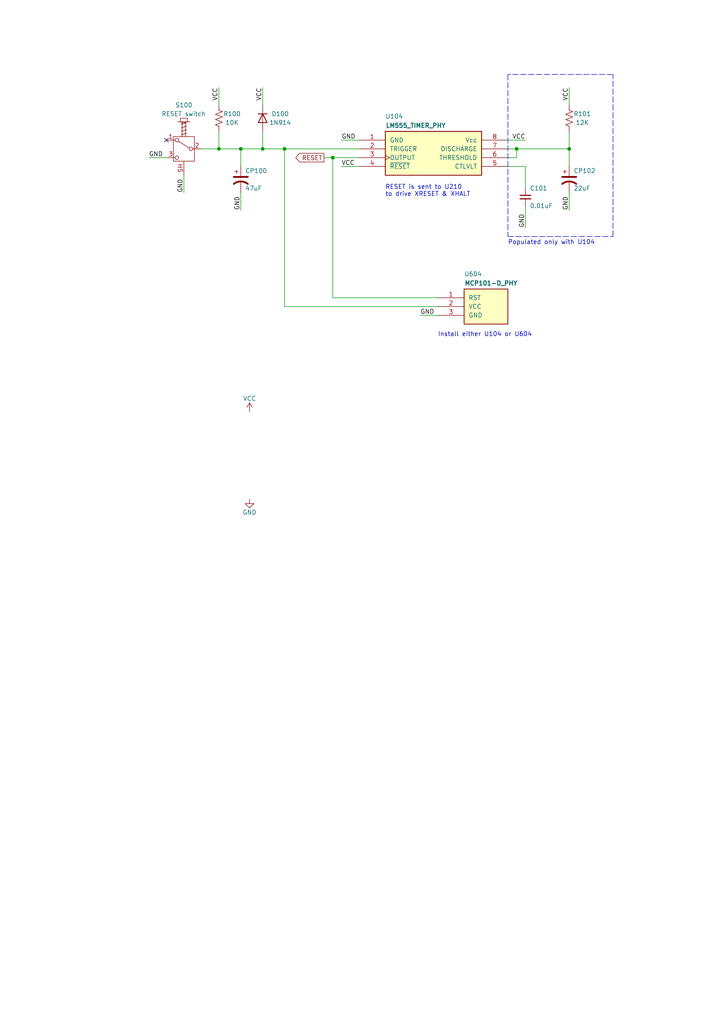
<source format=kicad_sch>
(kicad_sch (version 20211123) (generator eeschema)
  (paper "A4" portrait)
  (title_block (title "ReSTe mignon") (date "2022-07-13") (rev "mk0-0.1") (company "David SPORN") (comment 2 "original repository : https://github.com/sporniket/reste-mignon") (comment 4 "A remake of the Atari STe with some fixes applied and a target size of 25×18cm (B5)"))
  (lib_symbols
    (symbol "Device:CP1" (pin_numbers hide) (pin_names (offset 0.254) hide)
      (property "Reference" "C" (at 0.635 2.54 0))
      (property "Value" "Device_CP1" (at 0.635 -2.54 0))
      (symbol "CP1_0_1"
        (polyline (pts (xy -2.032 0.762) (xy 2.032 0.762)) (stroke (width 0.508)))
        (polyline (pts (xy -1.778 2.286) (xy -0.762 2.286)))
        (polyline (pts (xy -1.27 1.778) (xy -1.27 2.794)))
        (arc (start 2.032 -1.27) (mid 0 -0.5572) (end -2.032 -1.27) (stroke (width 0.508)))
      )
      (symbol "CP1_1_1"
        (pin passive line (at 0 3.81 270) (length 2.794) (name "~") (number "1"))
        (pin passive line (at 0 -3.81 90) (length 3.302) (name "~") (number "2"))
      )
    )
    (symbol "Device:C_Small" (pin_numbers hide) (pin_names (offset 0.254) hide)
      (property "Reference" "C" (at 0.254 1.778 0))
      (property "Value" "C_Small" (at 0.254 -2.032 0))
      (symbol "C_Small_0_1"
        (polyline (pts (xy -1.524 -0.508) (xy 1.524 -0.508)) (stroke (width 0.3302)))
        (polyline (pts (xy -1.524 0.508) (xy 1.524 0.508)) (stroke (width 0.3048)))
      )
      (symbol "C_Small_1_1"
        (pin passive line (at 0 2.54 270) (length 2.032) (name "~") (number "1"))
        (pin passive line (at 0 -2.54 90) (length 2.032) (name "~") (number "2"))
      )
    )
    (symbol "Device:D" (pin_numbers hide) (pin_names (offset 1.016) hide)
      (property "Reference" "D" (at 0 2.54 0))
      (property "Value" "D" (at 0 -2.54 0))
      (symbol "D_0_1"
        (polyline (pts (xy -1.27 1.27) (xy -1.27 -1.27)) (stroke (width 0.254)))
        (polyline (pts (xy 1.27 0) (xy -1.27 0)))
        (polyline (pts (xy 1.27 1.27) (xy 1.27 -1.27) (xy -1.27 0) (xy 1.27 1.27)) (stroke (width 0.254)))
      )
      (symbol "D_1_1"
        (pin passive line (at -3.81 0 0) (length 2.54) (name "K") (number "1"))
        (pin passive line (at 3.81 0 180) (length 2.54) (name "A") (number "2"))
      )
    )
    (symbol "Device:R_US" (pin_numbers hide) (pin_names (offset 0))
      (property "Reference" "R" (at 2.54 0 90))
      (property "Value" "R_US" (at -2.54 0 90))
      (symbol "R_US_0_1"
        (polyline (pts (xy 0 -2.286) (xy 0 -2.54)))
        (polyline (pts (xy 0 2.286) (xy 0 2.54)))
        (polyline (pts (xy 0 -0.762) (xy 1.016 -1.143) (xy 0 -1.524) (xy -1.016 -1.905) (xy 0 -2.286)))
        (polyline (pts (xy 0 0.762) (xy 1.016 0.381) (xy 0 0) (xy -1.016 -0.381) (xy 0 -0.762)))
        (polyline (pts (xy 0 2.286) (xy 1.016 1.905) (xy 0 1.524) (xy -1.016 1.143) (xy 0 0.762)))
      )
      (symbol "R_US_1_1"
        (pin passive line (at 0 3.81 270) (length 1.27) (name "~") (number "1"))
        (pin passive line (at 0 -3.81 90) (length 1.27) (name "~") (number "2"))
      )
    )
    (symbol "lm555:LM555_TIMER_PHY" (pin_names (offset 1.27))
      (property "Reference" "U" (at -13.97 11.43 0))
      (property "Value" "LM555_TIMER_PHY" (at -13.97 8.89 0))
      (symbol "LM555_TIMER_PHY_0_0"
        (rectangle (start -13.97 6.35) (end 13.97 -6.35) (stroke (width 0.254)) (fill (type background)))
        (pin power_in line (at -21.59 3.81 0) (length 7.62) (name "GND") (number "1"))
        (pin input line (at -21.59 1.27 0) (length 7.62) (name "TRIGGER") (number "2"))
        (pin output clock (at -21.59 -1.27 0) (length 7.62) (name "OUTPUT") (number "3"))
        (pin input line (at -21.59 -3.81 0) (length 7.62) (name "~{RESET}") (number "4"))
        (pin input line (at 21.59 -3.81 180) (length 7.62) (name "CTLVLT") (number "5"))
        (pin input line (at 21.59 -1.27 180) (length 7.62) (name "THRESHOLD") (number "6"))
        (pin input line (at 21.59 1.27 180) (length 7.62) (name "DISCHARGE") (number "7"))
        (pin power_in line (at 21.59 3.81 180) (length 7.62) (name "Vcc") (number "8"))
      )
    )
    (symbol "mcp-101d:MCP101-D_PHY" (pin_names (offset 1.27))
      (property "Reference" "U" (at 0 0 0))
      (property "Value" "MCP101-D_PHY" (at 0 0 0))
      (symbol "MCP101-D_PHY_0_0"
        (rectangle (start -6.35 5.08) (end 6.35 -5.08) (stroke (width 0.254)) (fill (type background)))
        (pin output line (at -13.97 2.54 0) (length 7.62) (name "RST") (number "1"))
        (pin power_in line (at -13.97 0 0) (length 7.62) (name "VCC") (number "2"))
        (pin power_in line (at -13.97 -2.54 0) (length 7.62) (name "GND") (number "3"))
      )
    )
    (symbol "power:GND" (power) (pin_names (offset 0))
      (property "Value" "GND" (at 0 -3.81 0))
      (symbol "GND_0_1"
        (polyline (pts (xy 0 0) (xy 0 -1.27) (xy 1.27 -1.27) (xy 0 -2.54) (xy -1.27 -1.27) (xy 0 -1.27)))
      )
      (symbol "GND_1_1"
        (pin power_in line (at 0 0 270) (length 0) hide (name "GND") (number "1"))
      )
    )
    (symbol "power:VCC" (power) (pin_names (offset 0))
      (property "Value" "VCC" (at 0 3.81 0))
      (symbol "VCC_0_1"
        (polyline (pts (xy -0.762 1.27) (xy 0 2.54)))
        (polyline (pts (xy 0 0) (xy 0 2.54)))
        (polyline (pts (xy 0 2.54) (xy 0.762 1.27)))
      )
      (symbol "VCC_1_1"
        (pin power_in line (at 0 0 90) (length 0) hide (name "VCC") (number "1"))
      )
    )
    (symbol "reset-switch:SW_SPDT_Reset_switch" (pin_names (offset 0) hide)
      (property "Reference" "SW" (at 1.016 6.604 0))
      (property "Value" "SW_SPDT_Reset_switch" (at 1.016 4.572 0))
      (symbol "SW_SPDT_Reset_switch_0_0"
        (circle (center -2.032 0) (radius 0.508))
        (circle (center 2.032 -2.54) (radius 0.508))
      )
      (symbol "SW_SPDT_Reset_switch_0_1"
        (rectangle (start -3.048 3.556) (end 3.048 -3.556))
        (polyline (pts (xy -1.524 0.254) (xy 1.651 2.286)))
        (polyline (pts (xy -1.016 7.874) (xy 1.016 7.874)))
        (polyline (pts (xy -0.762 4.572) (xy 0.762 4.064)))
        (polyline (pts (xy -0.762 5.588) (xy 0.762 5.08)))
        (polyline (pts (xy -0.762 6.604) (xy 0.762 6.096)))
        (polyline (pts (xy -0.508 7.874) (xy -0.508 3.556)))
        (polyline (pts (xy 0.508 7.874) (xy 0.508 3.556)))
        (polyline (pts (xy 0.762 7.62) (xy -0.762 7.62) (xy 0.762 7.112)))
        (polyline (pts (xy -1.778 7.874) (xy -1.016 7.874) (xy -1.016 8.89) (xy 1.016 8.89) (xy 1.016 7.874) (xy 1.778 7.874)))
        (circle (center 2.032 2.54) (radius 0.508))
      )
      (symbol "SW_SPDT_Reset_switch_1_1"
        (pin passive line (at 5.08 2.54 180) (length 2.54) (name "A") (number "1"))
        (pin passive line (at -5.08 0 0) (length 2.54) (name "B") (number "2"))
        (pin passive line (at 5.08 -2.54 180) (length 2.54) (name "C") (number "3"))
        (pin passive line (at 0 -7.62 90) (length 4.064) (name "Shield") (number "SH"))
      )
    )
  )
  (junction (at 149.86 43.18))
  (junction (at 63.5 43.18))
  (junction (at 82.55 43.18))
  (junction (at 76.2 43.18))
  (junction (at 96.52 45.72))
  (junction (at 165.1 43.18))
  (junction (at 69.85 43.18))
  (no_connect (at 48.26 40.64))
  (wire (pts (xy 76.2 43.18) (xy 82.55 43.18)))
  (wire (pts (xy 82.55 43.18) (xy 82.55 88.9)))
  (wire (pts (xy 149.86 43.18) (xy 165.1 43.18)))
  (wire (pts (xy 147.32 40.64) (xy 152.4 40.64)))
  (wire (pts (xy 76.2 30.48) (xy 76.2 25.4)))
  (wire (pts (xy 147.32 45.72) (xy 149.86 45.72)))
  (wire (pts (xy 63.5 43.18) (xy 63.5 38.1)))
  (polyline (pts (xy 147.32 68.58) (xy 177.8 68.58)))
  (wire (pts (xy 69.85 55.88) (xy 69.85 60.96)))
  (wire (pts (xy 63.5 30.48) (xy 63.5 25.4)))
  (wire (pts (xy 69.85 43.18) (xy 69.85 48.26)))
  (wire (pts (xy 99.06 48.26) (xy 104.14 48.26)))
  (wire (pts (xy 93.98 45.72) (xy 96.52 45.72)))
  (wire (pts (xy 165.1 30.48) (xy 165.1 25.4)))
  (polyline (pts (xy 177.8 68.58) (xy 177.8 21.59)))
  (wire (pts (xy 147.32 48.26) (xy 152.4 48.26)))
  (wire (pts (xy 152.4 48.26) (xy 152.4 54.61)))
  (wire (pts (xy 48.26 45.72) (xy 43.18 45.72)))
  (wire (pts (xy 149.86 45.72) (xy 149.86 43.18)))
  (wire (pts (xy 147.32 43.18) (xy 149.86 43.18)))
  (polyline (pts (xy 177.8 21.59) (xy 147.32 21.59)))
  (wire (pts (xy 96.52 45.72) (xy 96.52 86.36)))
  (wire (pts (xy 76.2 43.18) (xy 76.2 38.1)))
  (wire (pts (xy 63.5 43.18) (xy 69.85 43.18)))
  (wire (pts (xy 53.34 50.8) (xy 53.34 55.88)))
  (wire (pts (xy 82.55 88.9) (xy 127 88.9)))
  (wire (pts (xy 127 91.44) (xy 121.92 91.44)))
  (polyline (pts (xy 147.32 21.59) (xy 147.32 68.58)))
  (wire (pts (xy 96.52 45.72) (xy 104.14 45.72)))
  (wire (pts (xy 165.1 38.1) (xy 165.1 43.18)))
  (wire (pts (xy 165.1 55.88) (xy 165.1 60.96)))
  (wire (pts (xy 69.85 43.18) (xy 76.2 43.18)))
  (wire (pts (xy 99.06 40.64) (xy 104.14 40.64)))
  (wire (pts (xy 165.1 43.18) (xy 165.1 48.26)))
  (wire (pts (xy 96.52 86.36) (xy 127 86.36)))
  (wire (pts (xy 152.4 59.69) (xy 152.4 66.04)))
  (wire (pts (xy 82.55 43.18) (xy 104.14 43.18)))
  (wire (pts (xy 63.5 43.18) (xy 58.42 43.18)))
  (text "Install either U104 or U604" (at 127 97.79 0) (effects (font (size 1.27 1.27)) (justify left bottom)))
  (text "Populated only with U104" (at 147.32 71.12 0) (effects (font (size 1.27 1.27)) (justify left bottom)))
  (text "RESET is sent to U210 \nto drive XRESET & XHALT" (at 111.76 57.15 0) (effects (font (size 1.27 1.27)) (justify left bottom)))
  (label "VCC" (at 99.06 48.26 0))
  (label "GND" (at 152.4 66.04 90))
  (label "GND" (at 53.34 55.88 90))
  (label "VCC" (at 63.5 25.4 270))
  (label "GND" (at 69.85 60.96 90))
  (label "GND" (at 43.18 45.72 0))
  (label "GND" (at 99.06 40.64 0))
  (label "VCC" (at 152.4 40.64 180))
  (label "VCC" (at 76.2 25.4 270))
  (label "GND" (at 165.1 60.96 90))
  (label "VCC" (at 165.1 25.4 270))
  (label "GND" (at 121.92 91.44 0))
  (global_label "RESET" (shape output) (at 93.98 45.72 180) (property "Intersheet References" "${INTERSHEET_REFS}" (effects hide)))
  (symbol (lib_id "lm555:LM555_TIMER_PHY") (at 125.73 44.45 0) (unit 1)
    (property "Reference" "U104" (at 111.76 33.02 0) (effects (justify left top)))
    (property "Value" "LM555_TIMER_PHY" (at 111.76 35.56 0) (effects (font bold) (justify left top)))
    (property "Footprint" "Package_DIP:DIP-8_W7.62mm_LongPads" (effects hide))
    (property "Datasheet" "https://www.ti.com/lit/ds/symlink/lm555.pdf" (effects hide))
  )
  (symbol (lib_id "reset-switch:SW_SPDT_Reset_switch") (at 53.34 43.18 0) (mirror y) (unit 1)
    (property "Reference" "S100" (at 55.88 30.48 0) (effects (justify left)))
    (property "Value" "RESET switch" (at 59.69 33.02 0) (effects (justify left)))
    (property "Footprint" "atari-interconnect:switch-spdt-momentary-action_Reset_pushbutton" (effects hide))
  )
  (symbol (lib_id "Device:R_US") (at 63.5 34.29 0) (unit 1)
    (property "Reference" "R100" (at 67.31 33.02 0))
    (property "Value" "10K" (at 67.31 35.56 0))
    (property "Footprint" "Resistor_SMD:R_1206_3216Metric_Pad1.30x1.75mm_HandSolder" (effects hide))
  )
  (symbol (lib_id "Device:CP1") (at 69.85 52.07 0) (unit 1)
    (property "Reference" "CP100" (at 71.12 49.53 0) (effects (justify left)))
    (property "Value" "47uF" (at 71.12 54.61 0) (effects (justify left)))
    (property "Footprint" "Capacitor_THT:C_Radial_D6.3mm_H11.0mm_P2.50mm" (effects hide))
  )
  (symbol (lib_id "Device:D") (at 76.2 34.29 270) (unit 1)
    (property "Reference" "D100" (at 81.28 33.02 90))
    (property "Value" "1N914" (at 81.28 35.56 90))
    (property "Footprint" "Diode_SMD:D_SOD-123F" (effects hide))
  )
  (symbol (lib_id "Device:C_Small") (at 152.4 57.15 0) (unit 1)
    (property "Reference" "C101" (at 153.67 54.61 0) (effects (justify left)))
    (property "Value" "0.01uF" (at 153.67 59.69 0) (effects (justify left)))
    (property "Footprint" "Capacitor_SMD:C_1206_3216Metric_Pad1.33x1.80mm_HandSolder" (effects hide))
  )
  (symbol (lib_id "Device:CP1") (at 165.1 52.07 0) (unit 1)
    (property "Reference" "CP102" (at 166.37 49.53 0) (effects (justify left)))
    (property "Value" "22uF" (at 166.37 54.61 0) (effects (justify left)))
    (property "Footprint" "Capacitor_THT:C_Radial_D5.0mm_H11.0mm_P2.00mm" (effects hide))
  )
  (symbol (lib_id "Device:R_US") (at 165.1 34.29 0) (unit 1)
    (property "Reference" "R101" (at 168.91 33.02 0))
    (property "Value" "12K" (at 168.91 35.56 0))
    (property "Footprint" "Resistor_SMD:R_1206_3216Metric_Pad1.30x1.75mm_HandSolder" (effects hide))
  )
  (symbol (lib_id "mcp-101d:MCP101-D_PHY") (at 140.97 88.9 0) (unit 1)
    (property "Reference" "U604" (at 134.62 78.74 0) (effects (justify left top)))
    (property "Value" "MCP101-D_PHY" (at 134.62 81.28 0) (effects (font bold) (justify left top)))
    (property "Footprint" "Package_TO_SOT_THT:TO-92L_Inline" (effects hide))
  )
  (symbol (lib_id "power:VCC") (at 72.39 119.38 0) (unit 1)
    (property "Reference" "#PWR0114" (effects hide))
    (property "Value" "VCC" (at 72.39 115.57 0))
  )
  (symbol (lib_id "power:GND") (at 72.39 144.78 0) (unit 1)
    (property "Reference" "#PWR0115" (effects hide))
    (property "Value" "GND" (at 72.39 148.59 0))
  )
)
</source>
